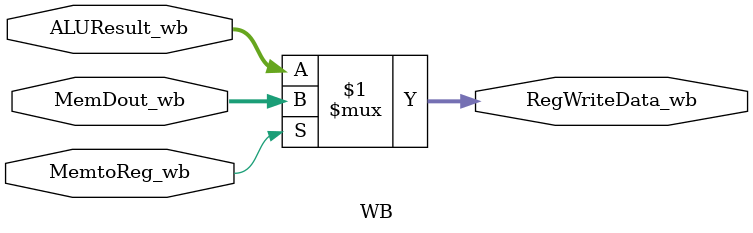
<source format=v>
module WB(
    input MemtoReg_wb,
    input [31:0] MemDout_wb, ALUResult_wb,
    output [31:0] RegWriteData_wb);

assign RegWriteData_wb = MemtoReg_wb ? MemDout_wb : ALUResult_wb;
    
endmodule
</source>
